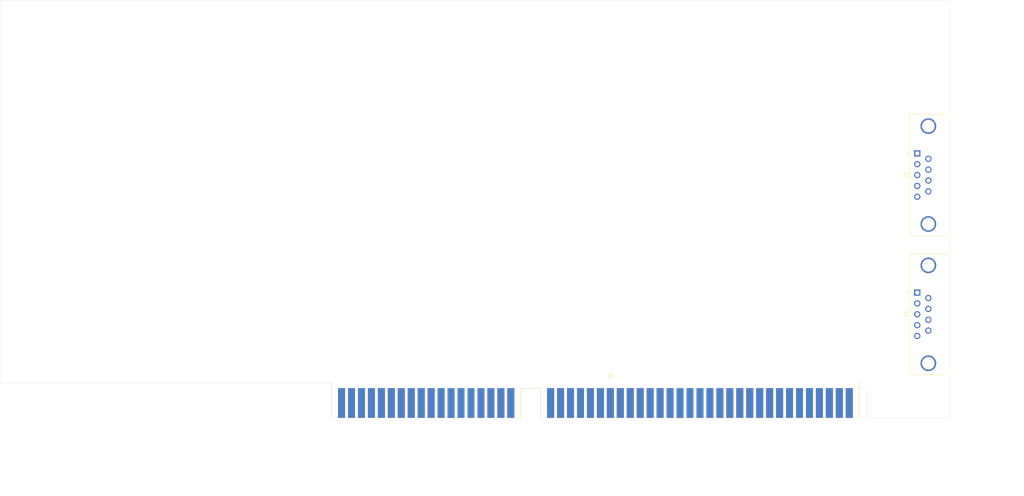
<source format=kicad_pcb>
(kicad_pcb (version 20240108) (generator "pcbnew") (generator_version "8.0")
  (layers (0 "F.Cu" signal) (31 "B.Cu" signal) (34 "B.Paste" user) (35 "F.Paste" user) (36 "B.SilkS" user "B.Silkscreen") (37 "F.SilkS" user "F.Silkscreen") (38 "B.Mask" user) (39 "F.Mask" user) (44 "Edge.Cuts" user))
  (net 0 "")
  (footprint "Connector_PCBEdge:BUS_AT" (layer "F.Cu") (at 254 123.19)
    (property "Reference" "J1" (at -60.96 -6.99 0) (layer "F.SilkS"))
    (property "Value" "Bus_ISA_16bit")
    (fp_line (start -132.15 -5.1) (end -132.55 -5.1) (stroke (width 0.12)) (layer "F.SilkS"))
    (fp_line (start -132.15 3.85) (end -132.15 -5.1) (stroke (width 0.12)) (layer "F.SilkS"))
    (fp_line (start -83.75 -3.75) (end -78.8 -3.75) (stroke (width 0.12)) (layer "F.SilkS"))
    (fp_line (start -83.75 3.85) (end -83.75 -3.75) (stroke (width 0.12)) (layer "F.SilkS"))
    (fp_line (start -78.8 -3.75) (end -78.8 3.85) (stroke (width 0.12)) (layer "F.SilkS"))
    (fp_line (start 2.6 -5.1) (end 3 -5.1) (stroke (width 0.12)) (layer "F.SilkS"))
    (fp_line (start 2.6 3.85) (end 2.6 -5.1) (stroke (width 0.12)) (layer "F.SilkS"))
    (pad "1" connect rect (at 0 0) (size 1.78 7.62) (layers "B.Cu" "B.Mask"))
    (pad "2" connect rect (at -2.54 0) (size 1.78 7.62) (layers "B.Cu" "B.Mask"))
    (pad "3" connect rect (at -5.08 0) (size 1.78 7.62) (layers "B.Cu" "B.Mask"))
    (pad "4" connect rect (at -7.62 0) (size 1.78 7.62) (layers "B.Cu" "B.Mask"))
    (pad "5" connect rect (at -10.16 0) (size 1.78 7.62) (layers "B.Cu" "B.Mask"))
    (pad "6" connect rect (at -12.7 0) (size 1.78 7.62) (layers "B.Cu" "B.Mask"))
    (pad "7" connect rect (at -15.24 0) (size 1.78 7.62) (layers "B.Cu" "B.Mask"))
    (pad "8" connect rect (at -17.78 0) (size 1.78 7.62) (layers "B.Cu" "B.Mask"))
    (pad "9" connect rect (at -20.32 0) (size 1.78 7.62) (layers "B.Cu" "B.Mask"))
    (pad "10" connect rect (at -22.86 0) (size 1.78 7.62) (layers "B.Cu" "B.Mask"))
    (pad "11" connect rect (at -25.4 0) (size 1.78 7.62) (layers "B.Cu" "B.Mask"))
    (pad "12" connect rect (at -27.94 0) (size 1.78 7.62) (layers "B.Cu" "B.Mask"))
    (pad "13" connect rect (at -30.48 0) (size 1.78 7.62) (layers "B.Cu" "B.Mask"))
    (pad "14" connect rect (at -33.02 0) (size 1.78 7.62) (layers "B.Cu" "B.Mask"))
    (pad "15" connect rect (at -35.56 0) (size 1.78 7.62) (layers "B.Cu" "B.Mask"))
    (pad "16" connect rect (at -38.1 0) (size 1.78 7.62) (layers "B.Cu" "B.Mask"))
    (pad "17" connect rect (at -40.64 0) (size 1.78 7.62) (layers "B.Cu" "B.Mask"))
    (pad "18" connect rect (at -43.18 0) (size 1.78 7.62) (layers "B.Cu" "B.Mask"))
    (pad "19" connect rect (at -45.72 0) (size 1.78 7.62) (layers "B.Cu" "B.Mask"))
    (pad "20" connect rect (at -48.26 0) (size 1.78 7.62) (layers "B.Cu" "B.Mask"))
    (pad "21" connect rect (at -50.8 0) (size 1.78 7.62) (layers "B.Cu" "B.Mask"))
    (pad "22" connect rect (at -53.34 0) (size 1.78 7.62) (layers "B.Cu" "B.Mask"))
    (pad "23" connect rect (at -55.88 0) (size 1.78 7.62) (layers "B.Cu" "B.Mask"))
    (pad "24" connect rect (at -58.42 0) (size 1.78 7.62) (layers "B.Cu" "B.Mask"))
    (pad "25" connect rect (at -60.96 0) (size 1.78 7.62) (layers "B.Cu" "B.Mask"))
    (pad "26" connect rect (at -63.5 0) (size 1.78 7.62) (layers "B.Cu" "B.Mask"))
    (pad "27" connect rect (at -66.04 0) (size 1.78 7.62) (layers "B.Cu" "B.Mask"))
    (pad "28" connect rect (at -68.58 0) (size 1.78 7.62) (layers "B.Cu" "B.Mask"))
    (pad "29" connect rect (at -71.12 0) (size 1.78 7.62) (layers "B.Cu" "B.Mask"))
    (pad "30" connect rect (at -73.66 0) (size 1.78 7.62) (layers "B.Cu" "B.Mask"))
    (pad "31" connect rect (at -76.2 0) (size 1.78 7.62) (layers "B.Cu" "B.Mask"))
    (pad "32" connect rect (at 0 0) (size 1.78 7.62) (layers "F.Cu" "F.Mask"))
    (pad "33" connect rect (at -2.54 0) (size 1.78 7.62) (layers "F.Cu" "F.Mask"))
    (pad "34" connect rect (at -5.08 0) (size 1.78 7.62) (layers "F.Cu" "F.Mask"))
    (pad "35" connect rect (at -7.62 0) (size 1.78 7.62) (layers "F.Cu" "F.Mask"))
    (pad "36" connect rect (at -10.16 0) (size 1.78 7.62) (layers "F.Cu" "F.Mask"))
    (pad "37" connect rect (at -12.7 0) (size 1.78 7.62) (layers "F.Cu" "F.Mask"))
    (pad "38" connect rect (at -15.24 0) (size 1.78 7.62) (layers "F.Cu" "F.Mask"))
    (pad "39" connect rect (at -17.78 0) (size 1.78 7.62) (layers "F.Cu" "F.Mask"))
    (pad "40" connect rect (at -20.32 0) (size 1.78 7.62) (layers "F.Cu" "F.Mask"))
    (pad "41" connect rect (at -22.86 0) (size 1.78 7.62) (layers "F.Cu" "F.Mask"))
    (pad "42" connect rect (at -25.4 0) (size 1.78 7.62) (layers "F.Cu" "F.Mask"))
    (pad "43" connect rect (at -27.94 0) (size 1.78 7.62) (layers "F.Cu" "F.Mask"))
    (pad "44" connect rect (at -30.48 0) (size 1.78 7.62) (layers "F.Cu" "F.Mask"))
    (pad "45" connect rect (at -33.02 0) (size 1.78 7.62) (layers "F.Cu" "F.Mask"))
    (pad "46" connect rect (at -35.56 0) (size 1.78 7.62) (layers "F.Cu" "F.Mask"))
    (pad "47" connect rect (at -38.1 0) (size 1.78 7.62) (layers "F.Cu" "F.Mask"))
    (pad "48" connect rect (at -40.64 0) (size 1.78 7.62) (layers "F.Cu" "F.Mask"))
    (pad "49" connect rect (at -43.18 0) (size 1.78 7.62) (layers "F.Cu" "F.Mask"))
    (pad "50" connect rect (at -45.72 0) (size 1.78 7.62) (layers "F.Cu" "F.Mask"))
    (pad "51" connect rect (at -48.26 0) (size 1.78 7.62) (layers "F.Cu" "F.Mask"))
    (pad "52" connect rect (at -50.8 0) (size 1.78 7.62) (layers "F.Cu" "F.Mask"))
    (pad "53" connect rect (at -53.34 0) (size 1.78 7.62) (layers "F.Cu" "F.Mask"))
    (pad "54" connect rect (at -55.88 0) (size 1.78 7.62) (layers "F.Cu" "F.Mask"))
    (pad "55" connect rect (at -58.42 0) (size 1.78 7.62) (layers "F.Cu" "F.Mask"))
    (pad "56" connect rect (at -60.96 0) (size 1.78 7.62) (layers "F.Cu" "F.Mask"))
    (pad "57" connect rect (at -63.5 0) (size 1.78 7.62) (layers "F.Cu" "F.Mask"))
    (pad "58" connect rect (at -66.04 0) (size 1.78 7.62) (layers "F.Cu" "F.Mask"))
    (pad "59" connect rect (at -68.58 0) (size 1.78 7.62) (layers "F.Cu" "F.Mask"))
    (pad "60" connect rect (at -71.12 0) (size 1.78 7.62) (layers "F.Cu" "F.Mask"))
    (pad "61" connect rect (at -73.66 0) (size 1.78 7.62) (layers "F.Cu" "F.Mask"))
    (pad "62" connect rect (at -76.2 0) (size 1.78 7.62) (layers "F.Cu" "F.Mask"))
    (pad "63" connect rect (at -86.36 0) (size 1.78 7.62) (layers "B.Cu" "B.Mask"))
    (pad "64" connect rect (at -88.9 0) (size 1.78 7.62) (layers "B.Cu" "B.Mask"))
    (pad "65" connect rect (at -91.44 0) (size 1.78 7.62) (layers "B.Cu" "B.Mask"))
    (pad "66" connect rect (at -93.98 0) (size 1.78 7.62) (layers "B.Cu" "B.Mask"))
    (pad "67" connect rect (at -96.52 0) (size 1.78 7.62) (layers "B.Cu" "B.Mask"))
    (pad "68" connect rect (at -99.06 0) (size 1.78 7.62) (layers "B.Cu" "B.Mask"))
    (pad "69" connect rect (at -101.6 0) (size 1.78 7.62) (layers "B.Cu" "B.Mask"))
    (pad "70" connect rect (at -104.14 0) (size 1.78 7.62) (layers "B.Cu" "B.Mask"))
    (pad "71" connect rect (at -106.68 0) (size 1.78 7.62) (layers "B.Cu" "B.Mask"))
    (pad "72" connect rect (at -109.22 0) (size 1.78 7.62) (layers "B.Cu" "B.Mask"))
    (pad "73" connect rect (at -111.76 0) (size 1.78 7.62) (layers "B.Cu" "B.Mask"))
    (pad "74" connect rect (at -114.3 0) (size 1.78 7.62) (layers "B.Cu" "B.Mask"))
    (pad "75" connect rect (at -116.84 0) (size 1.78 7.62) (layers "B.Cu" "B.Mask"))
    (pad "76" connect rect (at -119.38 0) (size 1.78 7.62) (layers "B.Cu" "B.Mask"))
    (pad "77" connect rect (at -121.92 0) (size 1.78 7.62) (layers "B.Cu" "B.Mask"))
    (pad "78" connect rect (at -124.46 0) (size 1.78 7.62) (layers "B.Cu" "B.Mask"))
    (pad "79" connect rect (at -127 0) (size 1.78 7.62) (layers "B.Cu" "B.Mask"))
    (pad "80" connect rect (at -129.54 0) (size 1.78 7.62) (layers "B.Cu" "B.Mask"))
    (pad "81" connect rect (at -86.36 0) (size 1.78 7.62) (layers "F.Cu" "F.Mask"))
    (pad "82" connect rect (at -88.9 0) (size 1.78 7.62) (layers "F.Cu" "F.Mask"))
    (pad "83" connect rect (at -91.44 0) (size 1.78 7.62) (layers "F.Cu" "F.Mask"))
    (pad "84" connect rect (at -93.98 0) (size 1.78 7.62) (layers "F.Cu" "F.Mask"))
    (pad "85" connect rect (at -96.52 0) (size 1.78 7.62) (layers "F.Cu" "F.Mask"))
    (pad "86" connect rect (at -99.06 0) (size 1.78 7.62) (layers "F.Cu" "F.Mask"))
    (pad "87" connect rect (at -101.6 0) (size 1.78 7.62) (layers "F.Cu" "F.Mask"))
    (pad "88" connect rect (at -104.14 0) (size 1.78 7.62) (layers "F.Cu" "F.Mask"))
    (pad "89" connect rect (at -106.68 0) (size 1.78 7.62) (layers "F.Cu" "F.Mask"))
    (pad "90" connect rect (at -109.22 0) (size 1.78 7.62) (layers "F.Cu" "F.Mask"))
    (pad "91" connect rect (at -111.76 0) (size 1.78 7.62) (layers "F.Cu" "F.Mask"))
    (pad "92" connect rect (at -114.3 0) (size 1.78 7.62) (layers "F.Cu" "F.Mask"))
    (pad "93" connect rect (at -116.84 0) (size 1.78 7.62) (layers "F.Cu" "F.Mask"))
    (pad "94" connect rect (at -119.38 0) (size 1.78 7.62) (layers "F.Cu" "F.Mask"))
    (pad "95" connect rect (at -121.92 0) (size 1.78 7.62) (layers "F.Cu" "F.Mask"))
    (pad "96" connect rect (at -124.46 0) (size 1.78 7.62) (layers "F.Cu" "F.Mask"))
    (pad "97" connect rect (at -127 0) (size 1.78 7.62) (layers "F.Cu" "F.Mask"))
    (pad "98" connect rect (at -129.54 0) (size 1.78 7.62) (layers "F.Cu" "F.Mask"))
  )
  (footprint "pc-parts:PC_BRACKET_ISA_KEYSTONE_9200_Rev1_1" (layer "F.Cu") (at 254 127)
    (property "Reference" "BRACKET1" (hide yes))
    (property "Value" "~" (hide yes))
  )
  (footprint "Connector_Dsub:DSUB-9_Female_Horizontal_P2.77x2.84mm_EdgePinOffset4.94mm_Housed_MountingHolesOffset4.94mm" (layer "F.Cu") (at 271.337669 94.9932 90)
    (property "Reference" "J3" (at -5.54 -2.8 90) (layer "F.SilkS"))
    (property "Value" "DE9_Receptacle_MountingHoles")
    (fp_line (start 0.25 -2.754338) (end 0 -2.321325) (stroke (width 0.12)) (layer "F.SilkS"))
    (fp_line (start -0.25 -2.754338) (end 0.25 -2.754338) (stroke (width 0.12)) (layer "F.SilkS"))
    (fp_line (start 0 -2.321325) (end -0.25 -2.754338) (stroke (width 0.12)) (layer "F.SilkS"))
    (fp_line (start 9.945 -1.86) (end 9.945 7.72) (stroke (width 0.12)) (layer "F.SilkS"))
    (fp_line (start -21.025 -1.86) (end 9.945 -1.86) (stroke (width 0.12)) (layer "F.SilkS"))
    (fp_line (start -21.025 7.72) (end -21.025 -1.86) (stroke (width 0.12)) (layer "F.SilkS"))
    (pad "0" thru_hole circle (at -18.04 2.84 90) (size 4 4) (drill 3.2) (layers "*.Cu" "*.Mask"))
    (pad "0" thru_hole circle (at 6.96 2.84 90) (size 4 4) (drill 3.2) (layers "*.Cu" "*.Mask"))
    (pad "1" thru_hole rect (at 0 0 90) (size 1.6 1.6) (drill 1) (layers "*.Cu" "*.Mask"))
    (pad "2" thru_hole circle (at -2.77 0 90) (size 1.6 1.6) (drill 1) (layers "*.Cu" "*.Mask"))
    (pad "3" thru_hole circle (at -5.54 0 90) (size 1.6 1.6) (drill 1) (layers "*.Cu" "*.Mask"))
    (pad "4" thru_hole circle (at -8.31 0 90) (size 1.6 1.6) (drill 1) (layers "*.Cu" "*.Mask"))
    (pad "5" thru_hole circle (at -11.08 0 90) (size 1.6 1.6) (drill 1) (layers "*.Cu" "*.Mask"))
    (pad "6" thru_hole circle (at -1.385 2.84 90) (size 1.6 1.6) (drill 1) (layers "*.Cu" "*.Mask"))
    (pad "7" thru_hole circle (at -4.155 2.84 90) (size 1.6 1.6) (drill 1) (layers "*.Cu" "*.Mask"))
    (pad "8" thru_hole circle (at -6.925 2.84 90) (size 1.6 1.6) (drill 1) (layers "*.Cu" "*.Mask"))
    (pad "9" thru_hole circle (at -9.695 2.84 90) (size 1.6 1.6) (drill 1) (layers "*.Cu" "*.Mask"))
  )
  (footprint "Connector_Dsub:DSUB-9_Female_Horizontal_P2.77x2.84mm_EdgePinOffset4.94mm_Housed_MountingHolesOffset4.94mm" (layer "F.Cu") (at 271.337669 59.4332 90)
    (property "Reference" "J2" (at -5.54 -2.8 90) (layer "F.SilkS"))
    (property "Value" "DE9_Receptacle_MountingHoles")
    (fp_line (start 0.25 -2.754338) (end 0 -2.321325) (stroke (width 0.12)) (layer "F.SilkS"))
    (fp_line (start -0.25 -2.754338) (end 0.25 -2.754338) (stroke (width 0.12)) (layer "F.SilkS"))
    (fp_line (start 0 -2.321325) (end -0.25 -2.754338) (stroke (width 0.12)) (layer "F.SilkS"))
    (fp_line (start 9.945 -1.86) (end 9.945 7.72) (stroke (width 0.12)) (layer "F.SilkS"))
    (fp_line (start -21.025 -1.86) (end 9.945 -1.86) (stroke (width 0.12)) (layer "F.SilkS"))
    (fp_line (start -21.025 7.72) (end -21.025 -1.86) (stroke (width 0.12)) (layer "F.SilkS"))
    (pad "0" thru_hole circle (at -18.04 2.84 90) (size 4 4) (drill 3.2) (layers "*.Cu" "*.Mask"))
    (pad "0" thru_hole circle (at 6.96 2.84 90) (size 4 4) (drill 3.2) (layers "*.Cu" "*.Mask"))
    (pad "1" thru_hole rect (at 0 0 90) (size 1.6 1.6) (drill 1) (layers "*.Cu" "*.Mask"))
    (pad "2" thru_hole circle (at -2.77 0 90) (size 1.6 1.6) (drill 1) (layers "*.Cu" "*.Mask"))
    (pad "3" thru_hole circle (at -5.54 0 90) (size 1.6 1.6) (drill 1) (layers "*.Cu" "*.Mask"))
    (pad "4" thru_hole circle (at -8.31 0 90) (size 1.6 1.6) (drill 1) (layers "*.Cu" "*.Mask"))
    (pad "5" thru_hole circle (at -11.08 0 90) (size 1.6 1.6) (drill 1) (layers "*.Cu" "*.Mask"))
    (pad "6" thru_hole circle (at -1.385 2.84 90) (size 1.6 1.6) (drill 1) (layers "*.Cu" "*.Mask"))
    (pad "7" thru_hole circle (at -4.155 2.84 90) (size 1.6 1.6) (drill 1) (layers "*.Cu" "*.Mask"))
    (pad "8" thru_hole circle (at -6.925 2.84 90) (size 1.6 1.6) (drill 1) (layers "*.Cu" "*.Mask"))
    (pad "9" thru_hole circle (at -9.695 2.84 90) (size 1.6 1.6) (drill 1) (layers "*.Cu" "*.Mask"))
  )
  (gr_line (start 170.2308 127) (end 121.8692 127) (stroke (width 0.05)) (layer "Edge.Cuts"))
  (gr_line (start 37.338 20.32) (end 37.338 118.11) (stroke (width 0.05)) (layer "Edge.Cuts"))
  (gr_line (start 258.572 119.38) (end 258.572 127) (stroke (width 0.05)) (layer "Edge.Cuts"))
  (gr_line (start 121.8692 127) (end 121.8692 118.11) (stroke (width 0.05)) (layer "Edge.Cuts"))
  (gr_line (start 170.2308 119.4308) (end 170.2308 127) (stroke (width 0.05)) (layer "Edge.Cuts"))
  (gr_line (start 279.7048 20.32) (end 37.338 20.32) (stroke (width 0.05)) (layer "Edge.Cuts"))
  (gr_line (start 175.26 119.4308) (end 170.2308 119.4308) (stroke (width 0.05)) (layer "Edge.Cuts"))
  (gr_line (start 258.572 127) (end 279.7048 127) (stroke (width 0.05)) (layer "Edge.Cuts"))
  (gr_line (start 254 127) (end 256.413 127) (stroke (width 0.05)) (layer "Edge.Cuts"))
  (gr_line (start 121.8692 118.11) (end 37.338 118.11) (stroke (width 0.05)) (layer "Edge.Cuts"))
  (gr_line (start 256.413 127) (end 256.413 119.38) (stroke (width 0.05)) (layer "Edge.Cuts"))
  (gr_line (start 175.2092 127) (end 175.26 119.4308) (stroke (width 0.05)) (layer "Edge.Cuts"))
  (gr_line (start 279.7048 127) (end 279.7048 20.32) (stroke (width 0.05)) (layer "Edge.Cuts"))
  (gr_line (start 254 127) (end 175.2092 127) (stroke (width 0.05)) (layer "Edge.Cuts"))
  (gr_line (start 256.413 119.38) (end 258.572 119.38) (stroke (width 0.05)) (layer "Edge.Cuts"))
)
</source>
